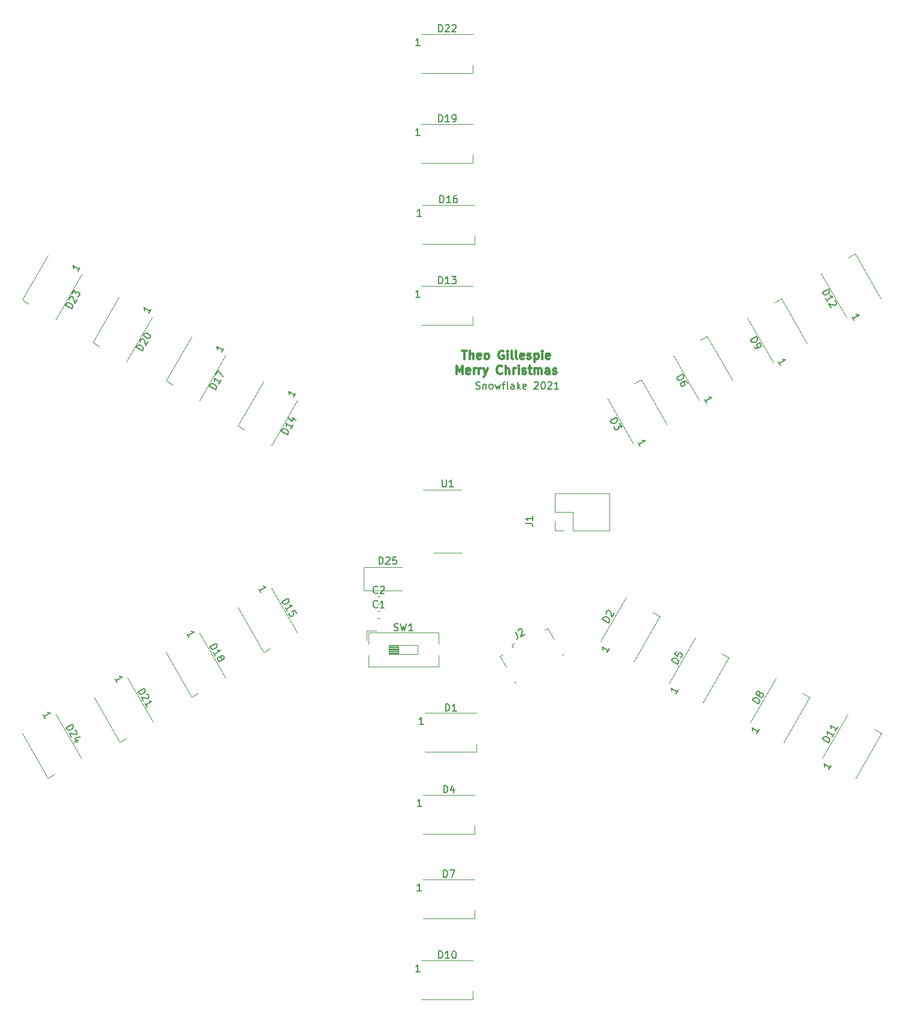
<source format=gbr>
%TF.GenerationSoftware,KiCad,Pcbnew,(5.1.12)-1*%
%TF.CreationDate,2021-12-12T20:51:00-05:00*%
%TF.ProjectId,snowflake,736e6f77-666c-4616-9b65-2e6b69636164,rev?*%
%TF.SameCoordinates,Original*%
%TF.FileFunction,Legend,Top*%
%TF.FilePolarity,Positive*%
%FSLAX46Y46*%
G04 Gerber Fmt 4.6, Leading zero omitted, Abs format (unit mm)*
G04 Created by KiCad (PCBNEW (5.1.12)-1) date 2021-12-12 20:51:00*
%MOMM*%
%LPD*%
G01*
G04 APERTURE LIST*
%ADD10C,0.150000*%
%ADD11C,0.300000*%
%ADD12C,0.120000*%
G04 APERTURE END LIST*
D10*
X157742666Y-80351761D02*
X157885523Y-80399380D01*
X158123619Y-80399380D01*
X158218857Y-80351761D01*
X158266476Y-80304142D01*
X158314095Y-80208904D01*
X158314095Y-80113666D01*
X158266476Y-80018428D01*
X158218857Y-79970809D01*
X158123619Y-79923190D01*
X157933142Y-79875571D01*
X157837904Y-79827952D01*
X157790285Y-79780333D01*
X157742666Y-79685095D01*
X157742666Y-79589857D01*
X157790285Y-79494619D01*
X157837904Y-79447000D01*
X157933142Y-79399380D01*
X158171238Y-79399380D01*
X158314095Y-79447000D01*
X158742666Y-79732714D02*
X158742666Y-80399380D01*
X158742666Y-79827952D02*
X158790285Y-79780333D01*
X158885523Y-79732714D01*
X159028380Y-79732714D01*
X159123619Y-79780333D01*
X159171238Y-79875571D01*
X159171238Y-80399380D01*
X159790285Y-80399380D02*
X159695047Y-80351761D01*
X159647428Y-80304142D01*
X159599809Y-80208904D01*
X159599809Y-79923190D01*
X159647428Y-79827952D01*
X159695047Y-79780333D01*
X159790285Y-79732714D01*
X159933142Y-79732714D01*
X160028380Y-79780333D01*
X160076000Y-79827952D01*
X160123619Y-79923190D01*
X160123619Y-80208904D01*
X160076000Y-80304142D01*
X160028380Y-80351761D01*
X159933142Y-80399380D01*
X159790285Y-80399380D01*
X160456952Y-79732714D02*
X160647428Y-80399380D01*
X160837904Y-79923190D01*
X161028380Y-80399380D01*
X161218857Y-79732714D01*
X161456952Y-79732714D02*
X161837904Y-79732714D01*
X161599809Y-80399380D02*
X161599809Y-79542238D01*
X161647428Y-79447000D01*
X161742666Y-79399380D01*
X161837904Y-79399380D01*
X162314095Y-80399380D02*
X162218857Y-80351761D01*
X162171238Y-80256523D01*
X162171238Y-79399380D01*
X163123619Y-80399380D02*
X163123619Y-79875571D01*
X163076000Y-79780333D01*
X162980761Y-79732714D01*
X162790285Y-79732714D01*
X162695047Y-79780333D01*
X163123619Y-80351761D02*
X163028380Y-80399380D01*
X162790285Y-80399380D01*
X162695047Y-80351761D01*
X162647428Y-80256523D01*
X162647428Y-80161285D01*
X162695047Y-80066047D01*
X162790285Y-80018428D01*
X163028380Y-80018428D01*
X163123619Y-79970809D01*
X163599809Y-80399380D02*
X163599809Y-79399380D01*
X163695047Y-80018428D02*
X163980761Y-80399380D01*
X163980761Y-79732714D02*
X163599809Y-80113666D01*
X164790285Y-80351761D02*
X164695047Y-80399380D01*
X164504571Y-80399380D01*
X164409333Y-80351761D01*
X164361714Y-80256523D01*
X164361714Y-79875571D01*
X164409333Y-79780333D01*
X164504571Y-79732714D01*
X164695047Y-79732714D01*
X164790285Y-79780333D01*
X164837904Y-79875571D01*
X164837904Y-79970809D01*
X164361714Y-80066047D01*
X165980761Y-79494619D02*
X166028380Y-79447000D01*
X166123619Y-79399380D01*
X166361714Y-79399380D01*
X166456952Y-79447000D01*
X166504571Y-79494619D01*
X166552190Y-79589857D01*
X166552190Y-79685095D01*
X166504571Y-79827952D01*
X165933142Y-80399380D01*
X166552190Y-80399380D01*
X167171238Y-79399380D02*
X167266476Y-79399380D01*
X167361714Y-79447000D01*
X167409333Y-79494619D01*
X167456952Y-79589857D01*
X167504571Y-79780333D01*
X167504571Y-80018428D01*
X167456952Y-80208904D01*
X167409333Y-80304142D01*
X167361714Y-80351761D01*
X167266476Y-80399380D01*
X167171238Y-80399380D01*
X167076000Y-80351761D01*
X167028380Y-80304142D01*
X166980761Y-80208904D01*
X166933142Y-80018428D01*
X166933142Y-79780333D01*
X166980761Y-79589857D01*
X167028380Y-79494619D01*
X167076000Y-79447000D01*
X167171238Y-79399380D01*
X167885523Y-79494619D02*
X167933142Y-79447000D01*
X168028380Y-79399380D01*
X168266476Y-79399380D01*
X168361714Y-79447000D01*
X168409333Y-79494619D01*
X168456952Y-79589857D01*
X168456952Y-79685095D01*
X168409333Y-79827952D01*
X167837904Y-80399380D01*
X168456952Y-80399380D01*
X169409333Y-80399380D02*
X168837904Y-80399380D01*
X169123619Y-80399380D02*
X169123619Y-79399380D01*
X169028380Y-79542238D01*
X168933142Y-79637476D01*
X168837904Y-79685095D01*
D11*
X155794857Y-75000857D02*
X156480571Y-75000857D01*
X156137714Y-76200857D02*
X156137714Y-75000857D01*
X156880571Y-76200857D02*
X156880571Y-75000857D01*
X157394857Y-76200857D02*
X157394857Y-75572285D01*
X157337714Y-75458000D01*
X157223428Y-75400857D01*
X157052000Y-75400857D01*
X156937714Y-75458000D01*
X156880571Y-75515142D01*
X158423428Y-76143714D02*
X158309142Y-76200857D01*
X158080571Y-76200857D01*
X157966285Y-76143714D01*
X157909142Y-76029428D01*
X157909142Y-75572285D01*
X157966285Y-75458000D01*
X158080571Y-75400857D01*
X158309142Y-75400857D01*
X158423428Y-75458000D01*
X158480571Y-75572285D01*
X158480571Y-75686571D01*
X157909142Y-75800857D01*
X159166285Y-76200857D02*
X159052000Y-76143714D01*
X158994857Y-76086571D01*
X158937714Y-75972285D01*
X158937714Y-75629428D01*
X158994857Y-75515142D01*
X159052000Y-75458000D01*
X159166285Y-75400857D01*
X159337714Y-75400857D01*
X159452000Y-75458000D01*
X159509142Y-75515142D01*
X159566285Y-75629428D01*
X159566285Y-75972285D01*
X159509142Y-76086571D01*
X159452000Y-76143714D01*
X159337714Y-76200857D01*
X159166285Y-76200857D01*
X161623428Y-75058000D02*
X161509142Y-75000857D01*
X161337714Y-75000857D01*
X161166285Y-75058000D01*
X161052000Y-75172285D01*
X160994857Y-75286571D01*
X160937714Y-75515142D01*
X160937714Y-75686571D01*
X160994857Y-75915142D01*
X161052000Y-76029428D01*
X161166285Y-76143714D01*
X161337714Y-76200857D01*
X161452000Y-76200857D01*
X161623428Y-76143714D01*
X161680571Y-76086571D01*
X161680571Y-75686571D01*
X161452000Y-75686571D01*
X162194857Y-76200857D02*
X162194857Y-75400857D01*
X162194857Y-75000857D02*
X162137714Y-75058000D01*
X162194857Y-75115142D01*
X162252000Y-75058000D01*
X162194857Y-75000857D01*
X162194857Y-75115142D01*
X162937714Y-76200857D02*
X162823428Y-76143714D01*
X162766285Y-76029428D01*
X162766285Y-75000857D01*
X163566285Y-76200857D02*
X163452000Y-76143714D01*
X163394857Y-76029428D01*
X163394857Y-75000857D01*
X164480571Y-76143714D02*
X164366285Y-76200857D01*
X164137714Y-76200857D01*
X164023428Y-76143714D01*
X163966285Y-76029428D01*
X163966285Y-75572285D01*
X164023428Y-75458000D01*
X164137714Y-75400857D01*
X164366285Y-75400857D01*
X164480571Y-75458000D01*
X164537714Y-75572285D01*
X164537714Y-75686571D01*
X163966285Y-75800857D01*
X164994857Y-76143714D02*
X165109142Y-76200857D01*
X165337714Y-76200857D01*
X165452000Y-76143714D01*
X165509142Y-76029428D01*
X165509142Y-75972285D01*
X165452000Y-75858000D01*
X165337714Y-75800857D01*
X165166285Y-75800857D01*
X165052000Y-75743714D01*
X164994857Y-75629428D01*
X164994857Y-75572285D01*
X165052000Y-75458000D01*
X165166285Y-75400857D01*
X165337714Y-75400857D01*
X165452000Y-75458000D01*
X166023428Y-75400857D02*
X166023428Y-76600857D01*
X166023428Y-75458000D02*
X166137714Y-75400857D01*
X166366285Y-75400857D01*
X166480571Y-75458000D01*
X166537714Y-75515142D01*
X166594857Y-75629428D01*
X166594857Y-75972285D01*
X166537714Y-76086571D01*
X166480571Y-76143714D01*
X166366285Y-76200857D01*
X166137714Y-76200857D01*
X166023428Y-76143714D01*
X167109142Y-76200857D02*
X167109142Y-75400857D01*
X167109142Y-75000857D02*
X167052000Y-75058000D01*
X167109142Y-75115142D01*
X167166285Y-75058000D01*
X167109142Y-75000857D01*
X167109142Y-75115142D01*
X168137714Y-76143714D02*
X168023428Y-76200857D01*
X167794857Y-76200857D01*
X167680571Y-76143714D01*
X167623428Y-76029428D01*
X167623428Y-75572285D01*
X167680571Y-75458000D01*
X167794857Y-75400857D01*
X168023428Y-75400857D01*
X168137714Y-75458000D01*
X168194857Y-75572285D01*
X168194857Y-75686571D01*
X167623428Y-75800857D01*
X155023428Y-78300857D02*
X155023428Y-77100857D01*
X155423428Y-77958000D01*
X155823428Y-77100857D01*
X155823428Y-78300857D01*
X156852000Y-78243714D02*
X156737714Y-78300857D01*
X156509142Y-78300857D01*
X156394857Y-78243714D01*
X156337714Y-78129428D01*
X156337714Y-77672285D01*
X156394857Y-77558000D01*
X156509142Y-77500857D01*
X156737714Y-77500857D01*
X156852000Y-77558000D01*
X156909142Y-77672285D01*
X156909142Y-77786571D01*
X156337714Y-77900857D01*
X157423428Y-78300857D02*
X157423428Y-77500857D01*
X157423428Y-77729428D02*
X157480571Y-77615142D01*
X157537714Y-77558000D01*
X157652000Y-77500857D01*
X157766285Y-77500857D01*
X158166285Y-78300857D02*
X158166285Y-77500857D01*
X158166285Y-77729428D02*
X158223428Y-77615142D01*
X158280571Y-77558000D01*
X158394857Y-77500857D01*
X158509142Y-77500857D01*
X158794857Y-77500857D02*
X159080571Y-78300857D01*
X159366285Y-77500857D02*
X159080571Y-78300857D01*
X158966285Y-78586571D01*
X158909142Y-78643714D01*
X158794857Y-78700857D01*
X161423428Y-78186571D02*
X161366285Y-78243714D01*
X161194857Y-78300857D01*
X161080571Y-78300857D01*
X160909142Y-78243714D01*
X160794857Y-78129428D01*
X160737714Y-78015142D01*
X160680571Y-77786571D01*
X160680571Y-77615142D01*
X160737714Y-77386571D01*
X160794857Y-77272285D01*
X160909142Y-77158000D01*
X161080571Y-77100857D01*
X161194857Y-77100857D01*
X161366285Y-77158000D01*
X161423428Y-77215142D01*
X161937714Y-78300857D02*
X161937714Y-77100857D01*
X162452000Y-78300857D02*
X162452000Y-77672285D01*
X162394857Y-77558000D01*
X162280571Y-77500857D01*
X162109142Y-77500857D01*
X161994857Y-77558000D01*
X161937714Y-77615142D01*
X163023428Y-78300857D02*
X163023428Y-77500857D01*
X163023428Y-77729428D02*
X163080571Y-77615142D01*
X163137714Y-77558000D01*
X163252000Y-77500857D01*
X163366285Y-77500857D01*
X163766285Y-78300857D02*
X163766285Y-77500857D01*
X163766285Y-77100857D02*
X163709142Y-77158000D01*
X163766285Y-77215142D01*
X163823428Y-77158000D01*
X163766285Y-77100857D01*
X163766285Y-77215142D01*
X164280571Y-78243714D02*
X164394857Y-78300857D01*
X164623428Y-78300857D01*
X164737714Y-78243714D01*
X164794857Y-78129428D01*
X164794857Y-78072285D01*
X164737714Y-77958000D01*
X164623428Y-77900857D01*
X164452000Y-77900857D01*
X164337714Y-77843714D01*
X164280571Y-77729428D01*
X164280571Y-77672285D01*
X164337714Y-77558000D01*
X164452000Y-77500857D01*
X164623428Y-77500857D01*
X164737714Y-77558000D01*
X165137714Y-77500857D02*
X165594857Y-77500857D01*
X165309142Y-77100857D02*
X165309142Y-78129428D01*
X165366285Y-78243714D01*
X165480571Y-78300857D01*
X165594857Y-78300857D01*
X165994857Y-78300857D02*
X165994857Y-77500857D01*
X165994857Y-77615142D02*
X166052000Y-77558000D01*
X166166285Y-77500857D01*
X166337714Y-77500857D01*
X166452000Y-77558000D01*
X166509142Y-77672285D01*
X166509142Y-78300857D01*
X166509142Y-77672285D02*
X166566285Y-77558000D01*
X166680571Y-77500857D01*
X166852000Y-77500857D01*
X166966285Y-77558000D01*
X167023428Y-77672285D01*
X167023428Y-78300857D01*
X168109142Y-78300857D02*
X168109142Y-77672285D01*
X168052000Y-77558000D01*
X167937714Y-77500857D01*
X167709142Y-77500857D01*
X167594857Y-77558000D01*
X168109142Y-78243714D02*
X167994857Y-78300857D01*
X167709142Y-78300857D01*
X167594857Y-78243714D01*
X167537714Y-78129428D01*
X167537714Y-78015142D01*
X167594857Y-77900857D01*
X167709142Y-77843714D01*
X167994857Y-77843714D01*
X168109142Y-77786571D01*
X168623428Y-78243714D02*
X168737714Y-78300857D01*
X168966285Y-78300857D01*
X169080571Y-78243714D01*
X169137714Y-78129428D01*
X169137714Y-78072285D01*
X169080571Y-77958000D01*
X168966285Y-77900857D01*
X168794857Y-77900857D01*
X168680571Y-77843714D01*
X168623428Y-77729428D01*
X168623428Y-77672285D01*
X168680571Y-77558000D01*
X168794857Y-77500857D01*
X168966285Y-77500857D01*
X169080571Y-77558000D01*
D12*
%TO.C,SW1*%
X142535400Y-114775600D02*
X152435400Y-114775600D01*
X142535400Y-119615600D02*
X152435400Y-119615600D01*
X142535400Y-114775600D02*
X142535400Y-116395600D01*
X142535400Y-117995600D02*
X142535400Y-119615600D01*
X152435400Y-114775600D02*
X152435400Y-116395600D01*
X152435400Y-117995600D02*
X152435400Y-119615600D01*
X142295400Y-114535600D02*
X143679400Y-114535600D01*
X142295400Y-114535600D02*
X142295400Y-115918600D01*
X145455400Y-116560600D02*
X145455400Y-117830600D01*
X145455400Y-117830600D02*
X149515400Y-117830600D01*
X149515400Y-117830600D02*
X149515400Y-116560600D01*
X149515400Y-116560600D02*
X145455400Y-116560600D01*
X145455400Y-116680600D02*
X146808733Y-116680600D01*
X145455400Y-116800600D02*
X146808733Y-116800600D01*
X145455400Y-116920600D02*
X146808733Y-116920600D01*
X145455400Y-117040600D02*
X146808733Y-117040600D01*
X145455400Y-117160600D02*
X146808733Y-117160600D01*
X145455400Y-117280600D02*
X146808733Y-117280600D01*
X145455400Y-117400600D02*
X146808733Y-117400600D01*
X145455400Y-117520600D02*
X146808733Y-117520600D01*
X145455400Y-117640600D02*
X146808733Y-117640600D01*
X145455400Y-117760600D02*
X146808733Y-117760600D01*
X146808733Y-116560600D02*
X146808733Y-117830600D01*
%TO.C,J1*%
X176590000Y-100390000D02*
X176590000Y-95190000D01*
X171450000Y-100390000D02*
X176590000Y-100390000D01*
X168850000Y-95190000D02*
X176590000Y-95190000D01*
X171450000Y-100390000D02*
X171450000Y-97790000D01*
X171450000Y-97790000D02*
X168850000Y-97790000D01*
X168850000Y-97790000D02*
X168850000Y-95190000D01*
X170180000Y-100390000D02*
X168850000Y-100390000D01*
X168850000Y-100390000D02*
X168850000Y-99060000D01*
%TO.C,D3*%
X181057211Y-79067907D02*
X180061282Y-79642907D01*
X184707211Y-85389893D02*
X181057211Y-79067907D01*
X179944071Y-88139893D02*
X176294071Y-81817907D01*
%TO.C,D2*%
X183695670Y-112514007D02*
X182699741Y-111939007D01*
X180045670Y-118835993D02*
X183695670Y-112514007D01*
X175282530Y-116085993D02*
X178932530Y-109764007D01*
%TO.C,C1*%
X143864420Y-112778000D02*
X144145580Y-112778000D01*
X143864420Y-111758000D02*
X144145580Y-111758000D01*
%TO.C,C2*%
X143864420Y-109726000D02*
X144145580Y-109726000D01*
X143864420Y-110746000D02*
X144145580Y-110746000D01*
%TO.C,D1*%
X150528000Y-126155000D02*
X157828000Y-126155000D01*
X150528000Y-131655000D02*
X157828000Y-131655000D01*
X157828000Y-131655000D02*
X157828000Y-130505000D01*
%TO.C,D4*%
X157574000Y-143212000D02*
X157574000Y-142062000D01*
X150274000Y-143212000D02*
X157574000Y-143212000D01*
X150274000Y-137712000D02*
X157574000Y-137712000D01*
%TO.C,D5*%
X185023430Y-121915093D02*
X188673430Y-115593107D01*
X189786570Y-124665093D02*
X193436570Y-118343107D01*
X193436570Y-118343107D02*
X192440641Y-117768107D01*
%TO.C,D6*%
X189308430Y-82005993D02*
X185658430Y-75684007D01*
X194071570Y-79255993D02*
X190421570Y-72934007D01*
X190421570Y-72934007D02*
X189425641Y-73509007D01*
%TO.C,D7*%
X157535900Y-155150000D02*
X157535900Y-154000000D01*
X150235900Y-155150000D02*
X157535900Y-155150000D01*
X150235900Y-149650000D02*
X157535900Y-149650000D01*
%TO.C,D8*%
X204866570Y-123944007D02*
X203870641Y-123369007D01*
X201216570Y-130265993D02*
X204866570Y-123944007D01*
X196453430Y-127515993D02*
X200103430Y-121194007D01*
%TO.C,D9*%
X200862070Y-67625207D02*
X199866141Y-68200207D01*
X204512070Y-73947193D02*
X200862070Y-67625207D01*
X199748930Y-76697193D02*
X196098930Y-70375207D01*
%TO.C,D10*%
X150020000Y-161080000D02*
X157320000Y-161080000D01*
X150020000Y-166580000D02*
X157320000Y-166580000D01*
X157320000Y-166580000D02*
X157320000Y-165430000D01*
%TO.C,D11*%
X206613430Y-132595993D02*
X210263430Y-126274007D01*
X211376570Y-135345993D02*
X215026570Y-129024007D01*
X215026570Y-129024007D02*
X214030641Y-128449007D01*
%TO.C,D12*%
X211262270Y-61313507D02*
X210266341Y-61888507D01*
X214912270Y-67635493D02*
X211262270Y-61313507D01*
X210149130Y-70385493D02*
X206499130Y-64063507D01*
%TO.C,D13*%
X150020000Y-65830000D02*
X157320000Y-65830000D01*
X150020000Y-71330000D02*
X157320000Y-71330000D01*
X157320000Y-71330000D02*
X157320000Y-70180000D01*
%TO.C,D14*%
X124063430Y-85605993D02*
X125059359Y-86180993D01*
X127713430Y-79284007D02*
X124063430Y-85605993D01*
X132476570Y-82034007D02*
X128826570Y-88355993D01*
%TO.C,D15*%
X127713430Y-117565993D02*
X128709359Y-116990993D01*
X124063430Y-111244007D02*
X127713430Y-117565993D01*
X128826570Y-108494007D02*
X132476570Y-114815993D01*
%TO.C,D16*%
X150210500Y-54400000D02*
X157510500Y-54400000D01*
X150210500Y-59900000D02*
X157510500Y-59900000D01*
X157510500Y-59900000D02*
X157510500Y-58750000D01*
%TO.C,D17*%
X122316570Y-75684007D02*
X118666570Y-82005993D01*
X117553430Y-72934007D02*
X113903430Y-79255993D01*
X113903430Y-79255993D02*
X114899359Y-79830993D01*
%TO.C,D18*%
X118666570Y-114844007D02*
X122316570Y-121165993D01*
X113903430Y-117594007D02*
X117553430Y-123915993D01*
X117553430Y-123915993D02*
X118549359Y-123340993D01*
%TO.C,D19*%
X157320000Y-48470000D02*
X157320000Y-47320000D01*
X150020000Y-48470000D02*
X157320000Y-48470000D01*
X150020000Y-42970000D02*
X157320000Y-42970000D01*
%TO.C,D20*%
X103582789Y-73794231D02*
X104578718Y-74369231D01*
X107232789Y-67472245D02*
X103582789Y-73794231D01*
X111995929Y-70222245D02*
X108345929Y-76544231D01*
%TO.C,D21*%
X107393430Y-130265993D02*
X108389359Y-129690993D01*
X103743430Y-123944007D02*
X107393430Y-130265993D01*
X108506570Y-121194007D02*
X112156570Y-127515993D01*
%TO.C,D22*%
X150020000Y-30270000D02*
X157320000Y-30270000D01*
X150020000Y-35770000D02*
X157320000Y-35770000D01*
X157320000Y-35770000D02*
X157320000Y-34620000D01*
%TO.C,D23*%
X101996570Y-64254007D02*
X98346570Y-70575993D01*
X97233430Y-61504007D02*
X93583430Y-67825993D01*
X93583430Y-67825993D02*
X94579359Y-68400993D01*
%TO.C,D24*%
X98346570Y-126274007D02*
X101996570Y-132595993D01*
X93583430Y-129024007D02*
X97233430Y-135345993D01*
X97233430Y-135345993D02*
X98229359Y-134770993D01*
%TO.C,J2*%
X162750907Y-116550916D02*
X162975907Y-116940628D01*
X162750907Y-116550916D02*
X163140618Y-116325916D01*
X167875649Y-114227230D02*
X167485938Y-114452230D01*
X168800649Y-115829377D02*
X167875649Y-114227230D01*
X163320651Y-121937742D02*
X163195651Y-121721236D01*
X170075649Y-118037742D02*
X169950649Y-117821236D01*
X162045651Y-119729377D02*
X161120651Y-118127230D01*
X161120651Y-118127230D02*
X161510362Y-117902230D01*
%TO.C,U1*%
X153735000Y-94625000D02*
X150285000Y-94625000D01*
X153735000Y-94625000D02*
X155685000Y-94625000D01*
X153735000Y-103495000D02*
X151785000Y-103495000D01*
X153735000Y-103495000D02*
X155685000Y-103495000D01*
%TO.C,D25*%
X141856000Y-105538000D02*
X147256000Y-105538000D01*
X141856000Y-108838000D02*
X147256000Y-108838000D01*
X141856000Y-105538000D02*
X141856000Y-108838000D01*
%TO.C,SW1*%
D10*
X146152066Y-114490361D02*
X146294923Y-114537980D01*
X146533019Y-114537980D01*
X146628257Y-114490361D01*
X146675876Y-114442742D01*
X146723495Y-114347504D01*
X146723495Y-114252266D01*
X146675876Y-114157028D01*
X146628257Y-114109409D01*
X146533019Y-114061790D01*
X146342542Y-114014171D01*
X146247304Y-113966552D01*
X146199685Y-113918933D01*
X146152066Y-113823695D01*
X146152066Y-113728457D01*
X146199685Y-113633219D01*
X146247304Y-113585600D01*
X146342542Y-113537980D01*
X146580638Y-113537980D01*
X146723495Y-113585600D01*
X147056828Y-113537980D02*
X147294923Y-114537980D01*
X147485400Y-113823695D01*
X147675876Y-114537980D01*
X147913971Y-113537980D01*
X148818733Y-114537980D02*
X148247304Y-114537980D01*
X148533019Y-114537980D02*
X148533019Y-113537980D01*
X148437780Y-113680838D01*
X148342542Y-113776076D01*
X148247304Y-113823695D01*
%TO.C,J1*%
X164762380Y-99393333D02*
X165476666Y-99393333D01*
X165619523Y-99440952D01*
X165714761Y-99536190D01*
X165762380Y-99679047D01*
X165762380Y-99774285D01*
X165762380Y-98393333D02*
X165762380Y-98964761D01*
X165762380Y-98679047D02*
X164762380Y-98679047D01*
X164905238Y-98774285D01*
X165000476Y-98869523D01*
X165048095Y-98964761D01*
%TO.C,D3*%
X176708730Y-84940881D02*
X177574756Y-84440881D01*
X177693804Y-84647077D01*
X177723993Y-84794605D01*
X177689133Y-84924702D01*
X177630464Y-85013561D01*
X177489316Y-85150038D01*
X177365599Y-85221467D01*
X177176832Y-85275465D01*
X177070544Y-85281845D01*
X176940446Y-85246986D01*
X176827778Y-85147077D01*
X176708730Y-84940881D01*
X178027137Y-85224428D02*
X178336661Y-85760539D01*
X177840080Y-85662340D01*
X177911508Y-85786057D01*
X177917888Y-85892346D01*
X177900458Y-85957394D01*
X177841789Y-86046253D01*
X177635592Y-86165300D01*
X177529304Y-86171680D01*
X177464256Y-86154250D01*
X177375397Y-86095581D01*
X177232540Y-85848145D01*
X177226160Y-85741857D01*
X177243590Y-85676808D01*
X180941083Y-88471531D02*
X180655369Y-87976659D01*
X180798226Y-88224095D02*
X181664252Y-87724095D01*
X181492915Y-87713045D01*
X181362817Y-87678185D01*
X181273959Y-87619516D01*
%TO.C,D2*%
X176480736Y-113415399D02*
X175614711Y-112915399D01*
X175733758Y-112709203D01*
X175846426Y-112609294D01*
X175976524Y-112574435D01*
X176082812Y-112580814D01*
X176271579Y-112634813D01*
X176395297Y-112706242D01*
X176536445Y-112842719D01*
X176595114Y-112931578D01*
X176629973Y-113061675D01*
X176599784Y-113209203D01*
X176480736Y-113415399D01*
X176173380Y-112138232D02*
X176155950Y-112073183D01*
X176162330Y-111966895D01*
X176281378Y-111760699D01*
X176370236Y-111702030D01*
X176435285Y-111684600D01*
X176541573Y-111690980D01*
X176624051Y-111738599D01*
X176723960Y-111851266D01*
X176933117Y-112631852D01*
X177242641Y-112095741D01*
X176563089Y-117072759D02*
X176277375Y-117567631D01*
X176420232Y-117320195D02*
X175554206Y-116820195D01*
X175630305Y-116974102D01*
X175665165Y-117104200D01*
X175658785Y-117210488D01*
%TO.C,C1*%
X143838333Y-111195142D02*
X143790714Y-111242761D01*
X143647857Y-111290380D01*
X143552619Y-111290380D01*
X143409761Y-111242761D01*
X143314523Y-111147523D01*
X143266904Y-111052285D01*
X143219285Y-110861809D01*
X143219285Y-110718952D01*
X143266904Y-110528476D01*
X143314523Y-110433238D01*
X143409761Y-110338000D01*
X143552619Y-110290380D01*
X143647857Y-110290380D01*
X143790714Y-110338000D01*
X143838333Y-110385619D01*
X144790714Y-111290380D02*
X144219285Y-111290380D01*
X144505000Y-111290380D02*
X144505000Y-110290380D01*
X144409761Y-110433238D01*
X144314523Y-110528476D01*
X144219285Y-110576095D01*
%TO.C,C2*%
X143838333Y-109163142D02*
X143790714Y-109210761D01*
X143647857Y-109258380D01*
X143552619Y-109258380D01*
X143409761Y-109210761D01*
X143314523Y-109115523D01*
X143266904Y-109020285D01*
X143219285Y-108829809D01*
X143219285Y-108686952D01*
X143266904Y-108496476D01*
X143314523Y-108401238D01*
X143409761Y-108306000D01*
X143552619Y-108258380D01*
X143647857Y-108258380D01*
X143790714Y-108306000D01*
X143838333Y-108353619D01*
X144219285Y-108353619D02*
X144266904Y-108306000D01*
X144362142Y-108258380D01*
X144600238Y-108258380D01*
X144695476Y-108306000D01*
X144743095Y-108353619D01*
X144790714Y-108448857D01*
X144790714Y-108544095D01*
X144743095Y-108686952D01*
X144171666Y-109258380D01*
X144790714Y-109258380D01*
%TO.C,D1*%
X153439904Y-125857380D02*
X153439904Y-124857380D01*
X153678000Y-124857380D01*
X153820857Y-124905000D01*
X153916095Y-125000238D01*
X153963714Y-125095476D01*
X154011333Y-125285952D01*
X154011333Y-125428809D01*
X153963714Y-125619285D01*
X153916095Y-125714523D01*
X153820857Y-125809761D01*
X153678000Y-125857380D01*
X153439904Y-125857380D01*
X154963714Y-125857380D02*
X154392285Y-125857380D01*
X154678000Y-125857380D02*
X154678000Y-124857380D01*
X154582761Y-125000238D01*
X154487523Y-125095476D01*
X154392285Y-125143095D01*
X150313714Y-127757380D02*
X149742285Y-127757380D01*
X150028000Y-127757380D02*
X150028000Y-126757380D01*
X149932761Y-126900238D01*
X149837523Y-126995476D01*
X149742285Y-127043095D01*
%TO.C,D4*%
X153185904Y-137414380D02*
X153185904Y-136414380D01*
X153424000Y-136414380D01*
X153566857Y-136462000D01*
X153662095Y-136557238D01*
X153709714Y-136652476D01*
X153757333Y-136842952D01*
X153757333Y-136985809D01*
X153709714Y-137176285D01*
X153662095Y-137271523D01*
X153566857Y-137366761D01*
X153424000Y-137414380D01*
X153185904Y-137414380D01*
X154614476Y-136747714D02*
X154614476Y-137414380D01*
X154376380Y-136366761D02*
X154138285Y-137081047D01*
X154757333Y-137081047D01*
X150059714Y-139314380D02*
X149488285Y-139314380D01*
X149774000Y-139314380D02*
X149774000Y-138314380D01*
X149678761Y-138457238D01*
X149583523Y-138552476D01*
X149488285Y-138600095D01*
%TO.C,D5*%
X186221636Y-119244499D02*
X185355611Y-118744499D01*
X185474658Y-118538303D01*
X185587326Y-118438394D01*
X185717424Y-118403535D01*
X185823712Y-118409914D01*
X186012479Y-118463913D01*
X186136197Y-118535342D01*
X186277345Y-118671819D01*
X186336014Y-118760678D01*
X186370873Y-118890775D01*
X186340684Y-119038303D01*
X186221636Y-119244499D01*
X186093706Y-117466081D02*
X185855611Y-117878474D01*
X186244194Y-118157808D01*
X186226765Y-118092760D01*
X186233144Y-117986471D01*
X186352192Y-117780275D01*
X186441050Y-117721606D01*
X186506099Y-117704176D01*
X186612387Y-117710556D01*
X186818584Y-117829603D01*
X186877253Y-117918462D01*
X186894683Y-117983511D01*
X186888303Y-118089799D01*
X186769255Y-118295995D01*
X186680397Y-118354664D01*
X186615348Y-118372094D01*
X186303989Y-122901859D02*
X186018275Y-123396731D01*
X186161132Y-123149295D02*
X185295106Y-122649295D01*
X185371205Y-122803202D01*
X185406065Y-122933300D01*
X185399685Y-123039588D01*
%TO.C,D6*%
X186073089Y-78806981D02*
X186939115Y-78306981D01*
X187058163Y-78513177D01*
X187088352Y-78660705D01*
X187053492Y-78790802D01*
X186994823Y-78879661D01*
X186853675Y-79016138D01*
X186729958Y-79087567D01*
X186541191Y-79141565D01*
X186434903Y-79147945D01*
X186304805Y-79113086D01*
X186192137Y-79013177D01*
X186073089Y-78806981D01*
X187653401Y-79544160D02*
X187558163Y-79379203D01*
X187469304Y-79320534D01*
X187404255Y-79303104D01*
X187232918Y-79292054D01*
X187044152Y-79346053D01*
X186714237Y-79536529D01*
X186655568Y-79625387D01*
X186638138Y-79690436D01*
X186644518Y-79796724D01*
X186739756Y-79961681D01*
X186828615Y-80020350D01*
X186893663Y-80037780D01*
X186999951Y-80031400D01*
X187206148Y-79912353D01*
X187264817Y-79823494D01*
X187282247Y-79758446D01*
X187275867Y-79652157D01*
X187180629Y-79487200D01*
X187091771Y-79428531D01*
X187026722Y-79411101D01*
X186920434Y-79417481D01*
X190305442Y-82337631D02*
X190019728Y-81842759D01*
X190162585Y-82090195D02*
X191028611Y-81590195D01*
X190857274Y-81579145D01*
X190727176Y-81544285D01*
X190638318Y-81485616D01*
%TO.C,D7*%
X153147804Y-149352380D02*
X153147804Y-148352380D01*
X153385900Y-148352380D01*
X153528757Y-148400000D01*
X153623995Y-148495238D01*
X153671614Y-148590476D01*
X153719233Y-148780952D01*
X153719233Y-148923809D01*
X153671614Y-149114285D01*
X153623995Y-149209523D01*
X153528757Y-149304761D01*
X153385900Y-149352380D01*
X153147804Y-149352380D01*
X154052566Y-148352380D02*
X154719233Y-148352380D01*
X154290661Y-149352380D01*
X150021614Y-151252380D02*
X149450185Y-151252380D01*
X149735900Y-151252380D02*
X149735900Y-150252380D01*
X149640661Y-150395238D01*
X149545423Y-150490476D01*
X149450185Y-150538095D01*
%TO.C,D8*%
X197651636Y-124845399D02*
X196785611Y-124345399D01*
X196904658Y-124139203D01*
X197017326Y-124039294D01*
X197147424Y-124004435D01*
X197253712Y-124010814D01*
X197442479Y-124064813D01*
X197566197Y-124136242D01*
X197707345Y-124272719D01*
X197766014Y-124361578D01*
X197800873Y-124491675D01*
X197770684Y-124639203D01*
X197651636Y-124845399D01*
X197728193Y-123569942D02*
X197639335Y-123628611D01*
X197574286Y-123646040D01*
X197467998Y-123639661D01*
X197426759Y-123615851D01*
X197368089Y-123526993D01*
X197350660Y-123461944D01*
X197357039Y-123355656D01*
X197452278Y-123190699D01*
X197541136Y-123132030D01*
X197606185Y-123114600D01*
X197712473Y-123120980D01*
X197753712Y-123144789D01*
X197812381Y-123233647D01*
X197829811Y-123298696D01*
X197823431Y-123404984D01*
X197728193Y-123569942D01*
X197721813Y-123676230D01*
X197739243Y-123741279D01*
X197797912Y-123830137D01*
X197962870Y-123925375D01*
X198069158Y-123931755D01*
X198134206Y-123914325D01*
X198223065Y-123855656D01*
X198318303Y-123690699D01*
X198324683Y-123584411D01*
X198307253Y-123519362D01*
X198248584Y-123430503D01*
X198083627Y-123335265D01*
X197977338Y-123328886D01*
X197912290Y-123346315D01*
X197823431Y-123404984D01*
X197733989Y-128502759D02*
X197448275Y-128997631D01*
X197591132Y-128750195D02*
X196725106Y-128250195D01*
X196801205Y-128404102D01*
X196836065Y-128534200D01*
X196829685Y-128640488D01*
%TO.C,D9*%
X196513589Y-73498181D02*
X197379615Y-72998181D01*
X197498663Y-73204377D01*
X197528852Y-73351905D01*
X197493992Y-73482002D01*
X197435323Y-73570861D01*
X197294175Y-73707338D01*
X197170458Y-73778767D01*
X196981691Y-73832765D01*
X196875403Y-73839145D01*
X196745305Y-73804286D01*
X196632637Y-73704377D01*
X196513589Y-73498181D01*
X197037399Y-74405445D02*
X197132637Y-74570403D01*
X197221495Y-74629072D01*
X197286544Y-74646502D01*
X197457881Y-74657552D01*
X197646648Y-74603553D01*
X197976562Y-74413077D01*
X198035232Y-74324218D01*
X198052661Y-74259169D01*
X198046282Y-74152881D01*
X197951043Y-73987924D01*
X197862185Y-73929255D01*
X197797136Y-73911825D01*
X197690848Y-73918205D01*
X197484652Y-74037253D01*
X197425983Y-74126111D01*
X197408553Y-74191160D01*
X197414932Y-74297448D01*
X197510171Y-74462405D01*
X197599029Y-74521074D01*
X197664078Y-74538504D01*
X197770366Y-74532124D01*
X200745942Y-77028831D02*
X200460228Y-76533959D01*
X200603085Y-76781395D02*
X201469111Y-76281395D01*
X201297774Y-76270345D01*
X201167676Y-76235485D01*
X201078818Y-76176816D01*
%TO.C,D10*%
X152455714Y-160782380D02*
X152455714Y-159782380D01*
X152693809Y-159782380D01*
X152836666Y-159830000D01*
X152931904Y-159925238D01*
X152979523Y-160020476D01*
X153027142Y-160210952D01*
X153027142Y-160353809D01*
X152979523Y-160544285D01*
X152931904Y-160639523D01*
X152836666Y-160734761D01*
X152693809Y-160782380D01*
X152455714Y-160782380D01*
X153979523Y-160782380D02*
X153408095Y-160782380D01*
X153693809Y-160782380D02*
X153693809Y-159782380D01*
X153598571Y-159925238D01*
X153503333Y-160020476D01*
X153408095Y-160068095D01*
X154598571Y-159782380D02*
X154693809Y-159782380D01*
X154789047Y-159830000D01*
X154836666Y-159877619D01*
X154884285Y-159972857D01*
X154931904Y-160163333D01*
X154931904Y-160401428D01*
X154884285Y-160591904D01*
X154836666Y-160687142D01*
X154789047Y-160734761D01*
X154693809Y-160782380D01*
X154598571Y-160782380D01*
X154503333Y-160734761D01*
X154455714Y-160687142D01*
X154408095Y-160591904D01*
X154360476Y-160401428D01*
X154360476Y-160163333D01*
X154408095Y-159972857D01*
X154455714Y-159877619D01*
X154503333Y-159830000D01*
X154598571Y-159782380D01*
X149805714Y-162682380D02*
X149234285Y-162682380D01*
X149520000Y-162682380D02*
X149520000Y-161682380D01*
X149424761Y-161825238D01*
X149329523Y-161920476D01*
X149234285Y-161968095D01*
%TO.C,D11*%
X207573541Y-130337792D02*
X206707516Y-129837792D01*
X206826563Y-129631596D01*
X206939231Y-129531687D01*
X207069329Y-129496828D01*
X207175617Y-129503208D01*
X207364384Y-129557206D01*
X207488102Y-129628635D01*
X207629249Y-129765112D01*
X207687918Y-129853971D01*
X207722778Y-129984068D01*
X207692589Y-130131596D01*
X207573541Y-130337792D01*
X208335446Y-129018134D02*
X208049732Y-129513006D01*
X208192589Y-129265570D02*
X207326563Y-128765570D01*
X207402662Y-128919478D01*
X207437522Y-129049575D01*
X207431142Y-129155863D01*
X208811636Y-128193348D02*
X208525922Y-128688220D01*
X208668779Y-128440784D02*
X207802754Y-127940784D01*
X207878853Y-128094691D01*
X207913712Y-128224789D01*
X207907332Y-128331077D01*
X207893989Y-133582759D02*
X207608275Y-134077631D01*
X207751132Y-133830195D02*
X206885106Y-133330195D01*
X206961205Y-133484102D01*
X206996065Y-133614200D01*
X206989685Y-133720488D01*
%TO.C,D12*%
X206675694Y-66774088D02*
X207541720Y-66274088D01*
X207660767Y-66480284D01*
X207690957Y-66627812D01*
X207656097Y-66757909D01*
X207597428Y-66846768D01*
X207456280Y-66983245D01*
X207332562Y-67054674D01*
X207143796Y-67108672D01*
X207037507Y-67115052D01*
X206907410Y-67080193D01*
X206794742Y-66980284D01*
X206675694Y-66774088D01*
X207437599Y-68093745D02*
X207151885Y-67598874D01*
X207294742Y-67846310D02*
X208160767Y-67346310D01*
X207989430Y-67335260D01*
X207859333Y-67300400D01*
X207770474Y-67241731D01*
X208411622Y-67971279D02*
X208476671Y-67988709D01*
X208565529Y-68047378D01*
X208684577Y-68253574D01*
X208690957Y-68359862D01*
X208673527Y-68424911D01*
X208614858Y-68513770D01*
X208532379Y-68561389D01*
X208384852Y-68591578D01*
X207604266Y-68382421D01*
X207913789Y-68918532D01*
X211146142Y-70717131D02*
X210860428Y-70222259D01*
X211003285Y-70469695D02*
X211869311Y-69969695D01*
X211697974Y-69958645D01*
X211567876Y-69923785D01*
X211479018Y-69865116D01*
%TO.C,D13*%
X152455714Y-65532380D02*
X152455714Y-64532380D01*
X152693809Y-64532380D01*
X152836666Y-64580000D01*
X152931904Y-64675238D01*
X152979523Y-64770476D01*
X153027142Y-64960952D01*
X153027142Y-65103809D01*
X152979523Y-65294285D01*
X152931904Y-65389523D01*
X152836666Y-65484761D01*
X152693809Y-65532380D01*
X152455714Y-65532380D01*
X153979523Y-65532380D02*
X153408095Y-65532380D01*
X153693809Y-65532380D02*
X153693809Y-64532380D01*
X153598571Y-64675238D01*
X153503333Y-64770476D01*
X153408095Y-64818095D01*
X154312857Y-64532380D02*
X154931904Y-64532380D01*
X154598571Y-64913333D01*
X154741428Y-64913333D01*
X154836666Y-64960952D01*
X154884285Y-65008571D01*
X154931904Y-65103809D01*
X154931904Y-65341904D01*
X154884285Y-65437142D01*
X154836666Y-65484761D01*
X154741428Y-65532380D01*
X154455714Y-65532380D01*
X154360476Y-65484761D01*
X154312857Y-65437142D01*
X149805714Y-67432380D02*
X149234285Y-67432380D01*
X149520000Y-67432380D02*
X149520000Y-66432380D01*
X149424761Y-66575238D01*
X149329523Y-66670476D01*
X149234285Y-66718095D01*
%TO.C,D14*%
X131085719Y-86847792D02*
X130219694Y-86347792D01*
X130338741Y-86141596D01*
X130451409Y-86041687D01*
X130581507Y-86006828D01*
X130687795Y-86013208D01*
X130876562Y-86067206D01*
X131000280Y-86138635D01*
X131141427Y-86275112D01*
X131200096Y-86363971D01*
X131234956Y-86494068D01*
X131204767Y-86641596D01*
X131085719Y-86847792D01*
X131847624Y-85528134D02*
X131561910Y-86023006D01*
X131704767Y-85775570D02*
X130838741Y-85275570D01*
X130914840Y-85429478D01*
X130949700Y-85559575D01*
X130943320Y-85665863D01*
X131698845Y-84452494D02*
X132276195Y-84785827D01*
X131249883Y-84468214D02*
X131749425Y-85031553D01*
X132058949Y-84495442D01*
X132265271Y-81004749D02*
X131979557Y-81499621D01*
X132122414Y-81252185D02*
X131256388Y-80752185D01*
X131332487Y-80906092D01*
X131367347Y-81036190D01*
X131360967Y-81142478D01*
%TO.C,D15*%
X130302172Y-110454588D02*
X131168198Y-109954588D01*
X131287245Y-110160784D01*
X131317435Y-110308312D01*
X131282575Y-110438409D01*
X131223906Y-110527268D01*
X131082758Y-110663745D01*
X130959040Y-110735174D01*
X130770274Y-110789172D01*
X130663985Y-110795552D01*
X130533888Y-110760693D01*
X130421220Y-110660784D01*
X130302172Y-110454588D01*
X131064077Y-111774245D02*
X130778363Y-111279374D01*
X130921220Y-111526810D02*
X131787245Y-111026810D01*
X131615908Y-111015760D01*
X131485811Y-110980900D01*
X131396952Y-110922231D01*
X132382483Y-112057792D02*
X132144388Y-111645399D01*
X131708186Y-111842255D01*
X131773234Y-111859685D01*
X131862093Y-111918354D01*
X131981140Y-112124551D01*
X131987520Y-112230839D01*
X131970090Y-112295887D01*
X131911421Y-112384746D01*
X131705225Y-112503793D01*
X131598937Y-112510173D01*
X131533888Y-112492743D01*
X131445029Y-112434074D01*
X131325982Y-112227878D01*
X131319602Y-112121590D01*
X131337032Y-112056541D01*
X127331724Y-109109621D02*
X127046010Y-108614749D01*
X127188867Y-108862185D02*
X128054893Y-108362185D01*
X127883556Y-108351135D01*
X127753458Y-108316275D01*
X127664600Y-108257606D01*
%TO.C,D16*%
X152646214Y-54102380D02*
X152646214Y-53102380D01*
X152884309Y-53102380D01*
X153027166Y-53150000D01*
X153122404Y-53245238D01*
X153170023Y-53340476D01*
X153217642Y-53530952D01*
X153217642Y-53673809D01*
X153170023Y-53864285D01*
X153122404Y-53959523D01*
X153027166Y-54054761D01*
X152884309Y-54102380D01*
X152646214Y-54102380D01*
X154170023Y-54102380D02*
X153598595Y-54102380D01*
X153884309Y-54102380D02*
X153884309Y-53102380D01*
X153789071Y-53245238D01*
X153693833Y-53340476D01*
X153598595Y-53388095D01*
X155027166Y-53102380D02*
X154836690Y-53102380D01*
X154741452Y-53150000D01*
X154693833Y-53197619D01*
X154598595Y-53340476D01*
X154550976Y-53530952D01*
X154550976Y-53911904D01*
X154598595Y-54007142D01*
X154646214Y-54054761D01*
X154741452Y-54102380D01*
X154931928Y-54102380D01*
X155027166Y-54054761D01*
X155074785Y-54007142D01*
X155122404Y-53911904D01*
X155122404Y-53673809D01*
X155074785Y-53578571D01*
X155027166Y-53530952D01*
X154931928Y-53483333D01*
X154741452Y-53483333D01*
X154646214Y-53530952D01*
X154598595Y-53578571D01*
X154550976Y-53673809D01*
X149996214Y-56002380D02*
X149424785Y-56002380D01*
X149710500Y-56002380D02*
X149710500Y-55002380D01*
X149615261Y-55145238D01*
X149520023Y-55240476D01*
X149424785Y-55288095D01*
%TO.C,D17*%
X120925719Y-80497792D02*
X120059694Y-79997792D01*
X120178741Y-79791596D01*
X120291409Y-79691687D01*
X120421507Y-79656828D01*
X120527795Y-79663208D01*
X120716562Y-79717206D01*
X120840280Y-79788635D01*
X120981427Y-79925112D01*
X121040096Y-80013971D01*
X121074956Y-80144068D01*
X121044767Y-80291596D01*
X120925719Y-80497792D01*
X121687624Y-79178134D02*
X121401910Y-79673006D01*
X121544767Y-79425570D02*
X120678741Y-78925570D01*
X120754840Y-79079478D01*
X120789700Y-79209575D01*
X120783320Y-79315863D01*
X120988265Y-78389459D02*
X121321598Y-77812109D01*
X121973338Y-78683263D01*
X122105271Y-74654749D02*
X121819557Y-75149621D01*
X121962414Y-74902185D02*
X121096388Y-74402185D01*
X121172487Y-74556092D01*
X121207347Y-74686190D01*
X121200967Y-74792478D01*
%TO.C,D18*%
X120142172Y-116804588D02*
X121008198Y-116304588D01*
X121127245Y-116510784D01*
X121157435Y-116658312D01*
X121122575Y-116788409D01*
X121063906Y-116877268D01*
X120922758Y-117013745D01*
X120799040Y-117085174D01*
X120610274Y-117139172D01*
X120503985Y-117145552D01*
X120373888Y-117110693D01*
X120261220Y-117010784D01*
X120142172Y-116804588D01*
X120904077Y-118124245D02*
X120618363Y-117629374D01*
X120761220Y-117876810D02*
X121627245Y-117376810D01*
X121455908Y-117365760D01*
X121325811Y-117330900D01*
X121236952Y-117272231D01*
X121684663Y-118333403D02*
X121678283Y-118227115D01*
X121695713Y-118162066D01*
X121754382Y-118073208D01*
X121795621Y-118049398D01*
X121901910Y-118043018D01*
X121966958Y-118060448D01*
X122055817Y-118119117D01*
X122151055Y-118284074D01*
X122157435Y-118390362D01*
X122140005Y-118455411D01*
X122081336Y-118544270D01*
X122040096Y-118568079D01*
X121933808Y-118574459D01*
X121868759Y-118557029D01*
X121779901Y-118498360D01*
X121684663Y-118333403D01*
X121595805Y-118274734D01*
X121530756Y-118257304D01*
X121424468Y-118263684D01*
X121259510Y-118358922D01*
X121200841Y-118447780D01*
X121183412Y-118512829D01*
X121189791Y-118619117D01*
X121285029Y-118784074D01*
X121373888Y-118842743D01*
X121438937Y-118860173D01*
X121545225Y-118853793D01*
X121710182Y-118758555D01*
X121768851Y-118669697D01*
X121786281Y-118604648D01*
X121779901Y-118498360D01*
X117171724Y-115459621D02*
X116886010Y-114964749D01*
X117028867Y-115212185D02*
X117894893Y-114712185D01*
X117723556Y-114701135D01*
X117593458Y-114666275D01*
X117504600Y-114607606D01*
%TO.C,D19*%
X152455714Y-42672380D02*
X152455714Y-41672380D01*
X152693809Y-41672380D01*
X152836666Y-41720000D01*
X152931904Y-41815238D01*
X152979523Y-41910476D01*
X153027142Y-42100952D01*
X153027142Y-42243809D01*
X152979523Y-42434285D01*
X152931904Y-42529523D01*
X152836666Y-42624761D01*
X152693809Y-42672380D01*
X152455714Y-42672380D01*
X153979523Y-42672380D02*
X153408095Y-42672380D01*
X153693809Y-42672380D02*
X153693809Y-41672380D01*
X153598571Y-41815238D01*
X153503333Y-41910476D01*
X153408095Y-41958095D01*
X154455714Y-42672380D02*
X154646190Y-42672380D01*
X154741428Y-42624761D01*
X154789047Y-42577142D01*
X154884285Y-42434285D01*
X154931904Y-42243809D01*
X154931904Y-41862857D01*
X154884285Y-41767619D01*
X154836666Y-41720000D01*
X154741428Y-41672380D01*
X154550952Y-41672380D01*
X154455714Y-41720000D01*
X154408095Y-41767619D01*
X154360476Y-41862857D01*
X154360476Y-42100952D01*
X154408095Y-42196190D01*
X154455714Y-42243809D01*
X154550952Y-42291428D01*
X154741428Y-42291428D01*
X154836666Y-42243809D01*
X154884285Y-42196190D01*
X154931904Y-42100952D01*
X149805714Y-44572380D02*
X149234285Y-44572380D01*
X149520000Y-44572380D02*
X149520000Y-43572380D01*
X149424761Y-43715238D01*
X149329523Y-43810476D01*
X149234285Y-43858095D01*
%TO.C,D20*%
X110605078Y-75036030D02*
X109739053Y-74536030D01*
X109858100Y-74329834D01*
X109970768Y-74229925D01*
X110100866Y-74195066D01*
X110207154Y-74201446D01*
X110395921Y-74255444D01*
X110519639Y-74326873D01*
X110660786Y-74463350D01*
X110719455Y-74552209D01*
X110754315Y-74682306D01*
X110724126Y-74829834D01*
X110605078Y-75036030D01*
X110297722Y-73758863D02*
X110280292Y-73693814D01*
X110286672Y-73587526D01*
X110405719Y-73381330D01*
X110494578Y-73322661D01*
X110559626Y-73305231D01*
X110665915Y-73311611D01*
X110748393Y-73359230D01*
X110848302Y-73471898D01*
X111057459Y-74252483D01*
X111366983Y-73716372D01*
X110810481Y-72680262D02*
X110858100Y-72597783D01*
X110946959Y-72539114D01*
X111012007Y-72521684D01*
X111118296Y-72528064D01*
X111307062Y-72582063D01*
X111513259Y-72701110D01*
X111654407Y-72837588D01*
X111713076Y-72926446D01*
X111730505Y-72991495D01*
X111724126Y-73097783D01*
X111676507Y-73180262D01*
X111587648Y-73238931D01*
X111522599Y-73256360D01*
X111416311Y-73249981D01*
X111227545Y-73195982D01*
X111021348Y-73076934D01*
X110880200Y-72940457D01*
X110821531Y-72851598D01*
X110804101Y-72786550D01*
X110810481Y-72680262D01*
X111784630Y-69192987D02*
X111498916Y-69687859D01*
X111641773Y-69440423D02*
X110775747Y-68940423D01*
X110851846Y-69094330D01*
X110886706Y-69224428D01*
X110880326Y-69330716D01*
%TO.C,D21*%
X109982172Y-123154588D02*
X110848198Y-122654588D01*
X110967245Y-122860784D01*
X110997435Y-123008312D01*
X110962575Y-123138409D01*
X110903906Y-123227268D01*
X110762758Y-123363745D01*
X110639040Y-123435174D01*
X110450274Y-123489172D01*
X110343985Y-123495552D01*
X110213888Y-123460693D01*
X110101220Y-123360784D01*
X109982172Y-123154588D01*
X111241910Y-123526993D02*
X111306958Y-123544423D01*
X111395817Y-123603092D01*
X111514864Y-123809288D01*
X111521244Y-123915576D01*
X111503814Y-123980625D01*
X111445145Y-124069484D01*
X111362667Y-124117103D01*
X111215139Y-124147292D01*
X110434553Y-123938134D01*
X110744077Y-124474245D01*
X111220267Y-125299032D02*
X110934553Y-124804160D01*
X111077410Y-125051596D02*
X111943436Y-124551596D01*
X111772099Y-124540546D01*
X111642001Y-124505686D01*
X111553143Y-124447017D01*
X107011724Y-121809621D02*
X106726010Y-121314749D01*
X106868867Y-121562185D02*
X107734893Y-121062185D01*
X107563556Y-121051135D01*
X107433458Y-121016275D01*
X107344600Y-120957606D01*
%TO.C,D22*%
X152455714Y-29972380D02*
X152455714Y-28972380D01*
X152693809Y-28972380D01*
X152836666Y-29020000D01*
X152931904Y-29115238D01*
X152979523Y-29210476D01*
X153027142Y-29400952D01*
X153027142Y-29543809D01*
X152979523Y-29734285D01*
X152931904Y-29829523D01*
X152836666Y-29924761D01*
X152693809Y-29972380D01*
X152455714Y-29972380D01*
X153408095Y-29067619D02*
X153455714Y-29020000D01*
X153550952Y-28972380D01*
X153789047Y-28972380D01*
X153884285Y-29020000D01*
X153931904Y-29067619D01*
X153979523Y-29162857D01*
X153979523Y-29258095D01*
X153931904Y-29400952D01*
X153360476Y-29972380D01*
X153979523Y-29972380D01*
X154360476Y-29067619D02*
X154408095Y-29020000D01*
X154503333Y-28972380D01*
X154741428Y-28972380D01*
X154836666Y-29020000D01*
X154884285Y-29067619D01*
X154931904Y-29162857D01*
X154931904Y-29258095D01*
X154884285Y-29400952D01*
X154312857Y-29972380D01*
X154931904Y-29972380D01*
X149805714Y-31872380D02*
X149234285Y-31872380D01*
X149520000Y-31872380D02*
X149520000Y-30872380D01*
X149424761Y-31015238D01*
X149329523Y-31110476D01*
X149234285Y-31158095D01*
%TO.C,D23*%
X100605719Y-69067792D02*
X99739694Y-68567792D01*
X99858741Y-68361596D01*
X99971409Y-68261687D01*
X100101507Y-68226828D01*
X100207795Y-68233208D01*
X100396562Y-68287206D01*
X100520280Y-68358635D01*
X100661427Y-68495112D01*
X100720096Y-68583971D01*
X100754956Y-68714068D01*
X100724767Y-68861596D01*
X100605719Y-69067792D01*
X100298363Y-67790625D02*
X100280933Y-67725576D01*
X100287313Y-67619288D01*
X100406360Y-67413092D01*
X100495219Y-67354423D01*
X100560267Y-67336993D01*
X100666556Y-67343373D01*
X100749034Y-67390992D01*
X100848943Y-67503660D01*
X101058100Y-68284245D01*
X101367624Y-67748134D01*
X100668265Y-66959459D02*
X100977789Y-66423348D01*
X101141037Y-66902500D01*
X101212465Y-66778782D01*
X101301324Y-66720113D01*
X101366372Y-66702683D01*
X101472661Y-66709063D01*
X101678857Y-66828110D01*
X101737526Y-66916969D01*
X101754956Y-66982017D01*
X101748576Y-67088306D01*
X101605719Y-67335741D01*
X101516861Y-67394411D01*
X101451812Y-67411840D01*
X101785271Y-63224749D02*
X101499557Y-63719621D01*
X101642414Y-63472185D02*
X100776388Y-62972185D01*
X100852487Y-63126092D01*
X100887347Y-63256190D01*
X100880967Y-63362478D01*
%TO.C,D24*%
X99822172Y-128234588D02*
X100688198Y-127734588D01*
X100807245Y-127940784D01*
X100837435Y-128088312D01*
X100802575Y-128218409D01*
X100743906Y-128307268D01*
X100602758Y-128443745D01*
X100479040Y-128515174D01*
X100290274Y-128569172D01*
X100183985Y-128575552D01*
X100053888Y-128540693D01*
X99941220Y-128440784D01*
X99822172Y-128234588D01*
X101081910Y-128606993D02*
X101146958Y-128624423D01*
X101235817Y-128683092D01*
X101354864Y-128889288D01*
X101361244Y-128995576D01*
X101343814Y-129060625D01*
X101285145Y-129149484D01*
X101202667Y-129197103D01*
X101055139Y-129227292D01*
X100274553Y-129018134D01*
X100584077Y-129554245D01*
X101589999Y-129963220D02*
X101012648Y-130296553D01*
X101800866Y-129566547D02*
X101063228Y-129717493D01*
X101372752Y-130253604D01*
X96851724Y-126889621D02*
X96566010Y-126394749D01*
X96708867Y-126642185D02*
X97574893Y-126142185D01*
X97403556Y-126131135D01*
X97273458Y-126096275D01*
X97184600Y-126037606D01*
%TO.C,J2*%
X163260665Y-114700510D02*
X163617808Y-115319100D01*
X163647997Y-115466627D01*
X163613137Y-115596725D01*
X163513229Y-115709393D01*
X163430750Y-115757012D01*
X163679438Y-114568703D02*
X163696867Y-114503654D01*
X163755537Y-114414796D01*
X163961733Y-114295748D01*
X164068021Y-114289369D01*
X164133070Y-114306798D01*
X164221928Y-114365467D01*
X164269547Y-114447946D01*
X164299737Y-114595473D01*
X164090579Y-115376059D01*
X164626690Y-115066536D01*
%TO.C,U1*%
X152973095Y-93232380D02*
X152973095Y-94041904D01*
X153020714Y-94137142D01*
X153068333Y-94184761D01*
X153163571Y-94232380D01*
X153354047Y-94232380D01*
X153449285Y-94184761D01*
X153496904Y-94137142D01*
X153544523Y-94041904D01*
X153544523Y-93232380D01*
X154544523Y-94232380D02*
X153973095Y-94232380D01*
X154258809Y-94232380D02*
X154258809Y-93232380D01*
X154163571Y-93375238D01*
X154068333Y-93470476D01*
X153973095Y-93518095D01*
%TO.C,D25*%
X144041714Y-105140380D02*
X144041714Y-104140380D01*
X144279809Y-104140380D01*
X144422666Y-104188000D01*
X144517904Y-104283238D01*
X144565523Y-104378476D01*
X144613142Y-104568952D01*
X144613142Y-104711809D01*
X144565523Y-104902285D01*
X144517904Y-104997523D01*
X144422666Y-105092761D01*
X144279809Y-105140380D01*
X144041714Y-105140380D01*
X144994095Y-104235619D02*
X145041714Y-104188000D01*
X145136952Y-104140380D01*
X145375047Y-104140380D01*
X145470285Y-104188000D01*
X145517904Y-104235619D01*
X145565523Y-104330857D01*
X145565523Y-104426095D01*
X145517904Y-104568952D01*
X144946476Y-105140380D01*
X145565523Y-105140380D01*
X146470285Y-104140380D02*
X145994095Y-104140380D01*
X145946476Y-104616571D01*
X145994095Y-104568952D01*
X146089333Y-104521333D01*
X146327428Y-104521333D01*
X146422666Y-104568952D01*
X146470285Y-104616571D01*
X146517904Y-104711809D01*
X146517904Y-104949904D01*
X146470285Y-105045142D01*
X146422666Y-105092761D01*
X146327428Y-105140380D01*
X146089333Y-105140380D01*
X145994095Y-105092761D01*
X145946476Y-105045142D01*
%TD*%
M02*

</source>
